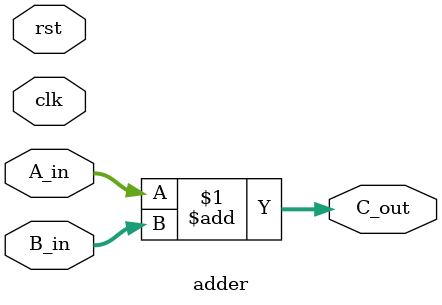
<source format=v>
module adder  #(
    parameter DATA_WIDTH = 16                               // 数据位宽，默认为16位
) (
    input                           clk,                    // 时钟信号
    input                           rst,                    // 复位信号

    input       [DATA_WIDTH-1:0]    A_in,                   // 加数A
    input       [DATA_WIDTH-1:0]    B_in,                   // 加数B
    output reg  [DATA_WIDTH-1:0]    C_out                   // 和
);
    assign C_out = A_in + B_in;

endmodule
</source>
